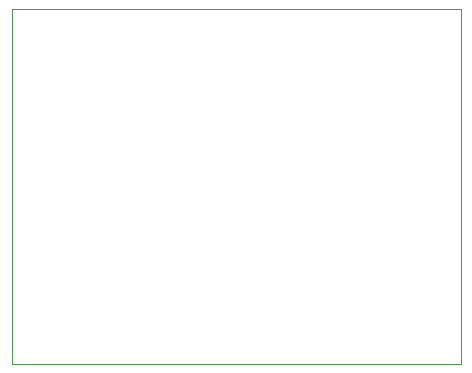
<source format=gm1>
%TF.GenerationSoftware,KiCad,Pcbnew,(6.0.5-0)*%
%TF.CreationDate,2022-05-25T22:38:33-04:00*%
%TF.ProjectId,jv-2080-enc,6a762d32-3038-4302-9d65-6e632e6b6963,1*%
%TF.SameCoordinates,Original*%
%TF.FileFunction,Profile,NP*%
%FSLAX46Y46*%
G04 Gerber Fmt 4.6, Leading zero omitted, Abs format (unit mm)*
G04 Created by KiCad (PCBNEW (6.0.5-0)) date 2022-05-25 22:38:33*
%MOMM*%
%LPD*%
G01*
G04 APERTURE LIST*
%TA.AperFunction,Profile*%
%ADD10C,0.100000*%
%TD*%
G04 APERTURE END LIST*
D10*
X122000000Y-84000000D02*
X160000000Y-84000000D01*
X160000000Y-84000000D02*
X160000000Y-114000000D01*
X160000000Y-114000000D02*
X122000000Y-114000000D01*
X122000000Y-114000000D02*
X122000000Y-84000000D01*
M02*

</source>
